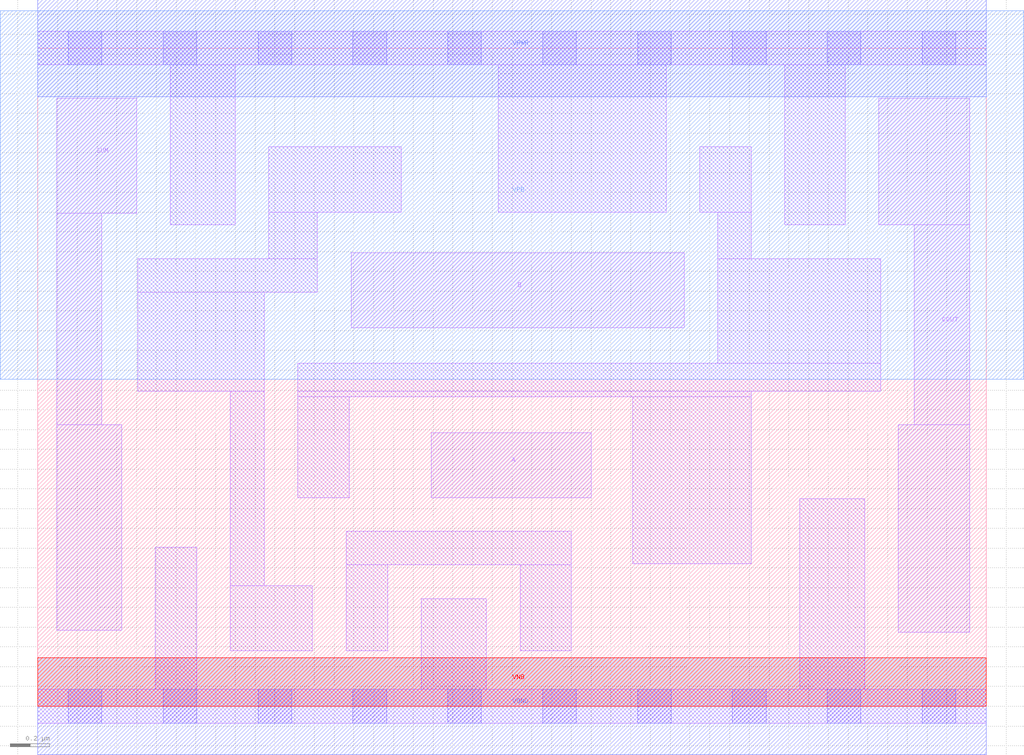
<source format=lef>
# Copyright 2020 The SkyWater PDK Authors
#
# Licensed under the Apache License, Version 2.0 (the "License");
# you may not use this file except in compliance with the License.
# You may obtain a copy of the License at
#
#     https://www.apache.org/licenses/LICENSE-2.0
#
# Unless required by applicable law or agreed to in writing, software
# distributed under the License is distributed on an "AS IS" BASIS,
# WITHOUT WARRANTIES OR CONDITIONS OF ANY KIND, either express or implied.
# See the License for the specific language governing permissions and
# limitations under the License.
#
# SPDX-License-Identifier: Apache-2.0

VERSION 5.7 ;
  NOWIREEXTENSIONATPIN ON ;
  DIVIDERCHAR "/" ;
  BUSBITCHARS "[]" ;
MACRO sky130_fd_sc_lp__ha_0
  CLASS CORE ;
  FOREIGN sky130_fd_sc_lp__ha_0 ;
  ORIGIN  0.000000  0.000000 ;
  SIZE  4.800000 BY  3.330000 ;
  SYMMETRY X Y R90 ;
  SITE unit ;
  PIN A
    ANTENNAGATEAREA  0.252000 ;
    DIRECTION INPUT ;
    USE SIGNAL ;
    PORT
      LAYER li1 ;
        RECT 1.990000 1.055000 2.800000 1.385000 ;
    END
  END A
  PIN B
    ANTENNAGATEAREA  0.252000 ;
    DIRECTION INPUT ;
    USE SIGNAL ;
    PORT
      LAYER li1 ;
        RECT 1.585000 1.915000 3.270000 2.295000 ;
    END
  END B
  PIN COUT
    ANTENNADIFFAREA  0.280900 ;
    DIRECTION OUTPUT ;
    USE SIGNAL ;
    PORT
      LAYER li1 ;
        RECT 4.255000 2.435000 4.715000 3.075000 ;
        RECT 4.355000 0.375000 4.715000 1.425000 ;
        RECT 4.435000 1.425000 4.715000 2.435000 ;
    END
  END COUT
  PIN SUM
    ANTENNADIFFAREA  0.293700 ;
    DIRECTION OUTPUT ;
    USE SIGNAL ;
    PORT
      LAYER li1 ;
        RECT 0.095000 0.385000 0.425000 1.425000 ;
        RECT 0.095000 1.425000 0.325000 2.495000 ;
        RECT 0.095000 2.495000 0.500000 3.075000 ;
    END
  END SUM
  PIN VGND
    DIRECTION INOUT ;
    USE GROUND ;
    PORT
      LAYER met1 ;
        RECT 0.000000 -0.245000 4.800000 0.245000 ;
    END
  END VGND
  PIN VNB
    DIRECTION INOUT ;
    USE GROUND ;
    PORT
      LAYER pwell ;
        RECT 0.000000 0.000000 4.800000 0.245000 ;
    END
  END VNB
  PIN VPB
    DIRECTION INOUT ;
    USE POWER ;
    PORT
      LAYER nwell ;
        RECT -0.190000 1.655000 4.990000 3.520000 ;
    END
  END VPB
  PIN VPWR
    DIRECTION INOUT ;
    USE POWER ;
    PORT
      LAYER met1 ;
        RECT 0.000000 3.085000 4.800000 3.575000 ;
    END
  END VPWR
  OBS
    LAYER li1 ;
      RECT 0.000000 -0.085000 4.800000 0.085000 ;
      RECT 0.000000  3.245000 4.800000 3.415000 ;
      RECT 0.505000  1.595000 1.145000 2.095000 ;
      RECT 0.505000  2.095000 1.415000 2.265000 ;
      RECT 0.595000  0.085000 0.805000 0.805000 ;
      RECT 0.670000  2.435000 1.000000 3.245000 ;
      RECT 0.975000  0.280000 1.390000 0.610000 ;
      RECT 0.975000  0.610000 1.145000 1.595000 ;
      RECT 1.170000  2.265000 1.415000 2.500000 ;
      RECT 1.170000  2.500000 1.840000 2.830000 ;
      RECT 1.315000  1.055000 1.575000 1.565000 ;
      RECT 1.315000  1.565000 3.610000 1.595000 ;
      RECT 1.315000  1.595000 4.265000 1.735000 ;
      RECT 1.560000  0.280000 1.770000 0.715000 ;
      RECT 1.560000  0.715000 2.700000 0.885000 ;
      RECT 1.940000  0.085000 2.270000 0.545000 ;
      RECT 2.330000  2.500000 3.180000 3.245000 ;
      RECT 2.440000  0.280000 2.700000 0.715000 ;
      RECT 3.010000  0.720000 3.610000 1.565000 ;
      RECT 3.350000  2.500000 3.610000 2.830000 ;
      RECT 3.440000  1.735000 4.265000 2.265000 ;
      RECT 3.440000  2.265000 3.610000 2.500000 ;
      RECT 3.780000  2.435000 4.085000 3.245000 ;
      RECT 3.855000  0.085000 4.185000 1.050000 ;
    LAYER mcon ;
      RECT 0.155000 -0.085000 0.325000 0.085000 ;
      RECT 0.155000  3.245000 0.325000 3.415000 ;
      RECT 0.635000 -0.085000 0.805000 0.085000 ;
      RECT 0.635000  3.245000 0.805000 3.415000 ;
      RECT 1.115000 -0.085000 1.285000 0.085000 ;
      RECT 1.115000  3.245000 1.285000 3.415000 ;
      RECT 1.595000 -0.085000 1.765000 0.085000 ;
      RECT 1.595000  3.245000 1.765000 3.415000 ;
      RECT 2.075000 -0.085000 2.245000 0.085000 ;
      RECT 2.075000  3.245000 2.245000 3.415000 ;
      RECT 2.555000 -0.085000 2.725000 0.085000 ;
      RECT 2.555000  3.245000 2.725000 3.415000 ;
      RECT 3.035000 -0.085000 3.205000 0.085000 ;
      RECT 3.035000  3.245000 3.205000 3.415000 ;
      RECT 3.515000 -0.085000 3.685000 0.085000 ;
      RECT 3.515000  3.245000 3.685000 3.415000 ;
      RECT 3.995000 -0.085000 4.165000 0.085000 ;
      RECT 3.995000  3.245000 4.165000 3.415000 ;
      RECT 4.475000 -0.085000 4.645000 0.085000 ;
      RECT 4.475000  3.245000 4.645000 3.415000 ;
  END
END sky130_fd_sc_lp__ha_0
END LIBRARY

</source>
